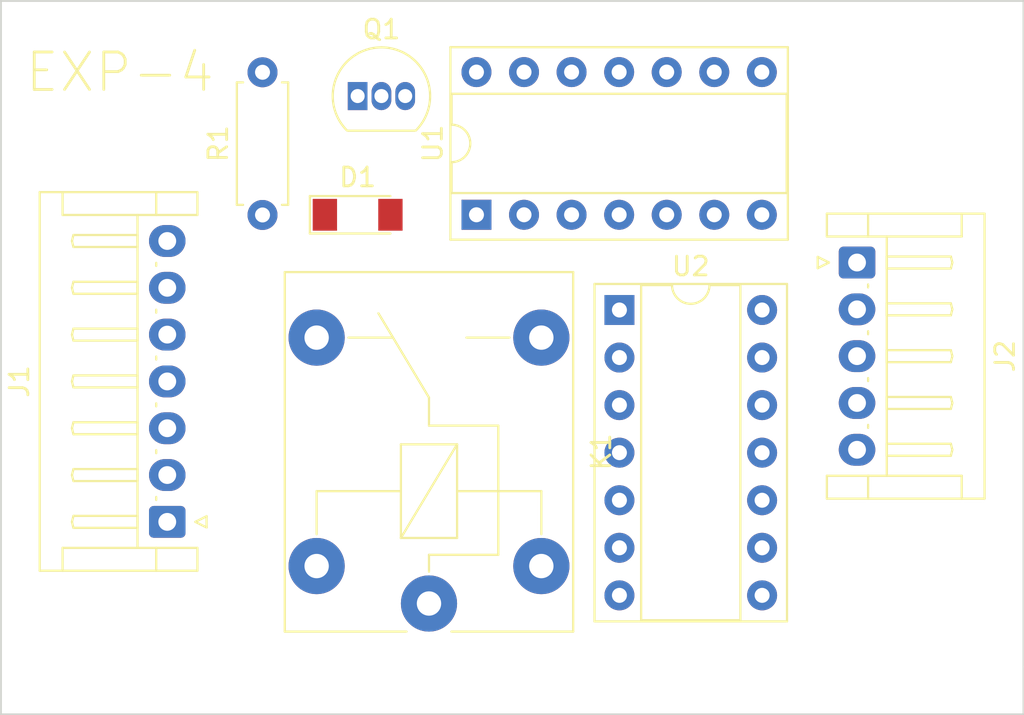
<source format=kicad_pcb>
(kicad_pcb (version 20211014) (generator pcbnew)
  (layers (0 "F.Cu" signal) (31 "B.Cu" signal) (34 "B.Paste" user) (35 "F.Paste" user) (36 "B.SilkS" user "B.Silkscreen") (37 "F.SilkS" user "F.Silkscreen") (38 "B.Mask" user) (39 "F.Mask" user) (44 "Edge.Cuts" user))
  (net 0 "")
  (net 1 "Gnd")
  (net 2 "Net-(D1-Pad2)")
  (net 3 "VCC")
  (net 4 "SEL")
  (net 5 "B0")
  (net 6 "B1")
  (net 7 "B2")
  (net 8 "B3")
  (net 9 "G0")
  (net 10 "G1")
  (net 11 "G2")
  (net 12 "Net-(Q1-Pad2)")
  (net 13 "Vcc")
  (footprint "Diode_SMD:D_MiniMELF" (layer "F.Cu") (at 133.35 100.32)
    (fp_text reference "D1" (at 0 -2) (layer "F.SilkS"))
    (fp_text value "DIODE")
    (fp_line (start 1.75 -1) (end -2.55 -1) (layer "F.SilkS") (width 0.12))
    (fp_line (start -2.55 1) (end 1.75 1) (layer "F.SilkS") (width 0.12))
    (fp_line (start -2.55 -1) (end -2.55 1) (layer "F.SilkS") (width 0.12))
    (pad "1" smd rect (at -1.75 0) (size 1.3 1.7) (layers "F.Cu" "F.Paste" "F.Mask") (net 1 "Gnd"))
    (pad "2" smd rect (at 1.75 0) (size 1.3 1.7) (layers "F.Cu" "F.Paste" "F.Mask") (net 2 "Net-(D1-Pad2)"))
  )
  (footprint "Package_TO_SOT_THT:TO-92_Inline" (layer "F.Cu") (at 133.35 93.98)
    (fp_text reference "Q1" (at 1.27 -3.56) (layer "F.SilkS"))
    (fp_text value "BC327")
    (fp_line (start -0.53 1.85) (end 3.07 1.85) (layer "F.SilkS") (width 0.12))
    (fp_arc (start 1.27 -2.6) (mid 3.672087 -0.994977) (end 3.108478 1.838478) (layer "F.SilkS") (width 0.12))
    (fp_arc (start -0.568478 1.838478) (mid -1.132087 -0.994977) (end 1.27 -2.6) (layer "F.SilkS") (width 0.12))
    (pad "1" thru_hole rect (at 0 0) (size 1.05 1.5) (drill 0.75) (layers *.Cu *.Mask) (net 2 "Net-(D1-Pad2)"))
    (pad "2" thru_hole oval (at 1.27 0) (size 1.05 1.5) (drill 0.75) (layers *.Cu *.Mask) (net 12 "Net-(Q1-Pad2)"))
    (pad "3" thru_hole oval (at 2.54 0) (size 1.05 1.5) (drill 0.75) (layers *.Cu *.Mask) (net 3 "VCC"))
  )
  (footprint "Package_DIP:DIP-14_W7.62mm_Socket" (layer "F.Cu") (at 139.695 100.32 90)
    (fp_text reference "U1" (at 3.81 -2.33 90) (layer "F.SilkS"))
    (fp_text value "7486")
    (fp_line (start -1.33 -1.39) (end -1.33 16.63) (layer "F.SilkS") (width 0.12))
    (fp_line (start 1.16 16.57) (end 6.46 16.57) (layer "F.SilkS") (width 0.12))
    (fp_line (start -1.33 16.63) (end 8.95 16.63) (layer "F.SilkS") (width 0.12))
    (fp_line (start 1.16 -1.33) (end 1.16 16.57) (layer "F.SilkS") (width 0.12))
    (fp_line (start 2.81 -1.33) (end 1.16 -1.33) (layer "F.SilkS") (width 0.12))
    (fp_line (start 6.46 -1.33) (end 4.81 -1.33) (layer "F.SilkS") (width 0.12))
    (fp_line (start 8.95 -1.39) (end -1.33 -1.39) (layer "F.SilkS") (width 0.12))
    (fp_line (start 6.46 16.57) (end 6.46 -1.33) (layer "F.SilkS") (width 0.12))
    (fp_line (start 8.95 16.63) (end 8.95 -1.39) (layer "F.SilkS") (width 0.12))
    (fp_arc (start 4.81 -1.33) (mid 3.81 -0.33) (end 2.81 -1.33) (layer "F.SilkS") (width 0.12))
    (pad "1" thru_hole rect (at 0 0 90) (size 1.6 1.6) (drill 0.8) (layers *.Cu *.Mask) (net 5 "B0"))
    (pad "2" thru_hole oval (at 0 2.54 90) (size 1.6 1.6) (drill 0.8) (layers *.Cu *.Mask) (net 6 "B1"))
    (pad "3" thru_hole oval (at 0 5.08 90) (size 1.6 1.6) (drill 0.8) (layers *.Cu *.Mask) (net 9 "G0"))
    (pad "4" thru_hole oval (at 0 7.62 90) (size 1.6 1.6) (drill 0.8) (layers *.Cu *.Mask) (net 6 "B1"))
    (pad "5" thru_hole oval (at 0 10.16 90) (size 1.6 1.6) (drill 0.8) (layers *.Cu *.Mask) (net 7 "B2"))
    (pad "6" thru_hole oval (at 0 12.7 90) (size 1.6 1.6) (drill 0.8) (layers *.Cu *.Mask) (net 10 "G1"))
    (pad "7" thru_hole oval (at 0 15.24 90) (size 1.6 1.6) (drill 0.8) (layers *.Cu *.Mask) (net 1 "Gnd"))
    (pad "8" thru_hole oval (at 7.62 15.24 90) (size 1.6 1.6) (drill 0.8) (layers *.Cu *.Mask) (net 11 "G2"))
    (pad "9" thru_hole oval (at 7.62 12.7 90) (size 1.6 1.6) (drill 0.8) (layers *.Cu *.Mask) (net 7 "B2"))
    (pad "10" thru_hole oval (at 7.62 10.16 90) (size 1.6 1.6) (drill 0.8) (layers *.Cu *.Mask) (net 8 "B3"))
    (pad "11" thru_hole oval (at 7.62 7.62 90) (size 1.6 1.6) (drill 0.8) (layers *.Cu *.Mask))
    (pad "12" thru_hole oval (at 7.62 5.08 90) (size 1.6 1.6) (drill 0.8) (layers *.Cu *.Mask))
    (pad "13" thru_hole oval (at 7.62 2.54 90) (size 1.6 1.6) (drill 0.8) (layers *.Cu *.Mask))
    (pad "14" thru_hole oval (at 7.62 0 90) (size 1.6 1.6) (drill 0.8) (layers *.Cu *.Mask) (net 13 "Vcc"))
  )
  (footprint "Resistor_THT:R_Axial_DIN0207_L6.3mm_D2.5mm_P7.62mm_Horizontal" (layer "F.Cu") (at 128.27 100.33 90)
    (fp_text reference "R1" (at 3.81 -2.37 90) (layer "F.SilkS"))
    (fp_text value "1K")
    (fp_line (start 0.54 -1.04) (end 0.54 -1.37) (layer "F.SilkS") (width 0.12))
    (fp_line (start 0.54 1.04) (end 0.54 1.37) (layer "F.SilkS") (width 0.12))
    (fp_line (start 0.54 1.37) (end 7.08 1.37) (layer "F.SilkS") (width 0.12))
    (fp_line (start 7.08 -1.37) (end 7.08 -1.04) (layer "F.SilkS") (width 0.12))
    (fp_line (start 7.08 1.37) (end 7.08 1.04) (layer "F.SilkS") (width 0.12))
    (fp_line (start 0.54 -1.37) (end 7.08 -1.37) (layer "F.SilkS") (width 0.12))
    (pad "1" thru_hole circle (at 0 0 90) (size 1.6 1.6) (drill 0.8) (layers *.Cu *.Mask) (net 4 "SEL"))
    (pad "2" thru_hole oval (at 7.62 0 90) (size 1.6 1.6) (drill 0.8) (layers *.Cu *.Mask) (net 12 "Net-(Q1-Pad2)"))
  )
  (footprint "Connector_JST:JST_EH_S7B-EH_1x07_P2.50mm_Horizontal" (layer "F.Cu") (at 123.1825 116.72 90)
    (fp_text reference "J1" (at 7.5 -7.9 90) (layer "F.SilkS"))
    (fp_text value "Conn_01x07_Female")
    (fp_line (start -1.39 -1.59) (end 16.39 -1.59) (layer "F.SilkS") (width 0.12))
    (fp_line (start 0.32 -1.59) (end 0 -1.59) (layer "F.SilkS") (width 0.12))
    (fp_line (start -2.61 -5.59) (end -1.39 -5.59) (layer "F.SilkS") (width 0.12))
    (fp_line (start 15.32 -5.01) (end 15.32 -1.59) (layer "F.SilkS") (width 0.12))
    (fp_line (start 7.5 -1.59) (end 7.18 -1.59) (layer "F.SilkS") (width 0.12))
    (fp_line (start -0.32 -1.59) (end -0.32 -5.01) (layer "F.SilkS") (width 0.12))
    (fp_line (start 2.5 -1.59) (end 2.18 -1.59) (layer "F.SilkS") (width 0.12))
    (fp_line (start 13.67 -0.59) (end 13.83 -0.59) (layer "F.SilkS") (width 0.12))
    (fp_line (start 15 -5.09) (end 15.32 -5.01) (layer "F.SilkS") (width 0.12))
    (fp_line (start 11.17 -0.59) (end 11.33 -0.59) (layer "F.SilkS") (width 0.12))
    (fp_line (start 14.68 -5.01) (end 15 -5.09) (layer "F.SilkS") (width 0.12))
    (fp_line (start 16.39 1.61) (end 16.39 -0.59) (layer "F.SilkS") (width 0.12))
    (fp_line (start 5.32 -5.01) (end 5.32 -1.59) (layer "F.SilkS") (width 0.12))
    (fp_line (start -1.39 -5.59) (end -1.39 -0.59) (layer "F.SilkS") (width 0.12))
    (fp_line (start 0 1.5) (end -0.3 2.1) (layer "F.SilkS") (width 0.12))
    (fp_line (start 2.18 -5.01) (end 2.5 -5.09) (layer "F.SilkS") (width 0.12))
    (fp_line (start -2.61 -6.81) (end 17.61 -6.81) (layer "F.SilkS") (width 0.12))
    (fp_line (start 4.68 -1.59) (end 4.68 -5.01) (layer "F.SilkS") (width 0.12))
    (fp_line (start 12.82 -1.59) (end 12.5 -1.59) (layer "F.SilkS") (width 0.12))
    (fp_line (start 8.67 -0.59) (end 8.83 -0.59) (layer "F.SilkS") (width 0.12))
    (fp_line (start -2.61 1.61) (end -2.61 -6.81) (layer "F.SilkS") (width 0.12))
    (fp_line (start 2.82 -1.59) (end 2.5 -1.59) (layer "F.SilkS") (width 0.12))
    (fp_line (start 5 -5.09) (end 5.32 -5.01) (layer "F.SilkS") (width 0.12))
    (fp_line (start -1.39 -0.59) (end -2.61 -0.59) (layer "F.SilkS") (width 0.12))
    (fp_line (start 17.61 -5.59) (end 16.39 -5.59) (layer "F.SilkS") (width 0.12))
    (fp_line (start 7.82 -5.01) (end 7.82 -1.59) (layer "F.SilkS") (width 0.12))
    (fp_line (start 9.68 -5.01) (end 10 -5.09) (layer "F.SilkS") (width 0.12))
    (fp_line (start 14.68 -1.59) (end 14.68 -5.01) (layer "F.SilkS") (width 0.12))
    (fp_line (start 16.39 -0.59) (end 17.61 -0.59) (layer "F.SilkS") (width 0.12))
    (fp_line (start 4.68 -5.01) (end 5 -5.09) (layer "F.SilkS") (width 0.12))
    (fp_line (start 0 -5.09) (end 0.32 -5.01) (layer "F.SilkS") (width 0.12))
    (fp_line (start 2.5 -5.09) (end 2.82 -5.01) (layer "F.SilkS") (width 0.12))
    (fp_line (start 17.61 1.61) (end 16.39 1.61) (layer "F.SilkS") (width 0.12))
    (fp_line (start 10 -1.59) (end 9.68 -1.59) (layer "F.SilkS") (width 0.12))
    (fp_line (start 7.82 -1.59) (end 7.5 -1.59) (layer "F.SilkS") (width 0.12))
    (fp_line (start 1.17 -0.59) (end 1.33 -0.59) (layer "F.SilkS") (width 0.12))
    (fp_line (start 10.32 -1.59) (end 10 -1.59) (layer "F.SilkS") (width 0.12))
    (fp_line (start 15.32 -1.59) (end 15 -1.59) (layer "F.SilkS") (width 0.12))
    (fp_line (start 0.32 -5.01) (end 0.32 -1.59) (layer "F.SilkS") (width 0.12))
    (fp_line (start 2.82 -5.01) (end 2.82 -1.59) (layer "F.SilkS") (width 0.12))
    (fp_line (start 15 -1.59) (end 14.68 -1.59) (layer "F.SilkS") (width 0.12))
    (fp_line (start 17.61 -6.81) (end 17.61 1.61) (layer "F.SilkS") (width 0.12))
    (fp_line (start 10.32 -5.01) (end 10.32 -1.59) (layer "F.SilkS") (width 0.12))
    (fp_line (start 12.5 -1.59) (end 12.18 -1.59) (layer "F.SilkS") (width 0.12))
    (fp_line (start 7.18 -1.59) (end 7.18 -5.01) (layer "F.SilkS") (width 0.12))
    (fp_line (start -0.3 2.1) (end 0.3 2.1) (layer "F.SilkS") (width 0.12))
    (fp_line (start 7.5 -5.09) (end 7.82 -5.01) (layer "F.SilkS") (width 0.12))
    (fp_line (start 7.18 -5.01) (end 7.5 -5.09) (layer "F.SilkS") (width 0.12))
    (fp_line (start 2.18 -1.59) (end 2.18 -5.01) (layer "F.SilkS") (width 0.12))
    (fp_line (start 12.18 -5.01) (end 12.5 -5.09) (layer "F.SilkS") (width 0.12))
    (fp_line (start 5 -1.59) (end 4.68 -1.59) (layer "F.SilkS") (width 0.12))
    (fp_line (start 12.18 -1.59) (end 12.18 -5.01) (layer "F.SilkS") (width 0.12))
    (fp_line (start 9.68 -1.59) (end 9.68 -5.01) (layer "F.SilkS") (width 0.12))
    (fp_line (start 6.17 -0.59) (end 6.33 -0.59) (layer "F.SilkS") (width 0.12))
    (fp_line (start -1.39 -0.59) (end -1.39 1.61) (layer "F.SilkS") (width 0.12))
    (fp_line (start 0 -1.59) (end -0.32 -1.59) (layer "F.SilkS") (width 0.12))
    (fp_line (start 3.67 -0.59) (end 3.83 -0.59) (layer "F.SilkS") (width 0.12))
    (fp_line (start 12.82 -5.01) (end 12.82 -1.59) (layer "F.SilkS") (width 0.12))
    (fp_line (start 12.5 -5.09) (end 12.82 -5.01) (layer "F.SilkS") (width 0.12))
    (fp_line (start 0.3 2.1) (end 0 1.5) (layer "F.SilkS") (width 0.12))
    (fp_line (start 16.39 -5.59) (end 16.39 -0.59) (layer "F.SilkS") (width 0.12))
    (fp_line (start 10 -5.09) (end 10.32 -5.01) (layer "F.SilkS") (width 0.12))
    (fp_line (start 5.32 -1.59) (end 5 -1.59) (layer "F.SilkS") (width 0.12))
    (fp_line (start -1.39 1.61) (end -2.61 1.61) (layer "F.SilkS") (width 0.12))
    (fp_line (start -0.32 -5.01) (end 0 -5.09) (layer "F.SilkS") (width 0.12))
    (pad "1" thru_hole roundrect (at 0 0 90) (size 1.7 1.95) (drill 0.95) (layers *.Cu *.Mask) (roundrect_rratio 0.147059) (net 3 "VCC"))
    (pad "2" thru_hole oval (at 2.5 0 90) (size 1.7 1.95) (drill 0.95) (layers *.Cu *.Mask) (net 1 "Gnd"))
    (pad "3" thru_hole oval (at 5 0 90) (size 1.7 1.95) (drill 0.95) (layers *.Cu *.Mask) (net 4 "SEL"))
    (pad "4" thru_hole oval (at 7.5 0 90) (size 1.7 1.95) (drill 0.95) (layers *.Cu *.Mask) (net 5 "B0"))
    (pad "5" thru_hole oval (at 10 0 90) (size 1.7 1.95) (drill 0.95) (layers *.Cu *.Mask) (net 6 "B1"))
    (pad "6" thru_hole oval (at 12.5 0 90) (size 1.7 1.95) (drill 0.95) (layers *.Cu *.Mask) (net 7 "B2"))
    (pad "7" thru_hole oval (at 15 0 90) (size 1.7 1.95) (drill 0.95) (layers *.Cu *.Mask) (net 8 "B3"))
  )
  (footprint "Connector_JST:JST_EH_S5B-EH_1x05_P2.50mm_Horizontal" (layer "F.Cu") (at 160.02 102.87 -90)
    (fp_text reference "J2" (at 5 -7.9 90) (layer "F.SilkS"))
    (fp_text value "Conn_01x05_Female")
    (fp_line (start 7.82 -1.59) (end 7.5 -1.59) (layer "F.SilkS") (width 0.12))
    (fp_line (start 2.18 -1.59) (end 2.18 -5.01) (layer "F.SilkS") (width 0.12))
    (fp_line (start 1.17 -0.59) (end 1.33 -0.59) (layer "F.SilkS") (width 0.12))
    (fp_line (start 2.18 -5.01) (end 2.5 -5.09) (layer "F.SilkS") (width 0.12))
    (fp_line (start 7.5 -5.09) (end 7.82 -5.01) (layer "F.SilkS") (width 0.12))
    (fp_line (start 10.32 -1.59) (end 10 -1.59) (layer "F.SilkS") (width 0.12))
    (fp_line (start 0 -1.59) (end -0.32 -1.59) (layer "F.SilkS") (width 0.12))
    (fp_line (start 7.18 -5.01) (end 7.5 -5.09) (layer "F.SilkS") (width 0.12))
    (fp_line (start 7.18 -1.59) (end 7.18 -5.01) (layer "F.SilkS") (width 0.12))
    (fp_line (start 11.39 -5.59) (end 11.39 -0.59) (layer "F.SilkS") (width 0.12))
    (fp_line (start 10.32 -5.01) (end 10.32 -1.59) (layer "F.SilkS") (width 0.12))
    (fp_line (start 5.32 -1.59) (end 5 -1.59) (layer "F.SilkS") (width 0.12))
    (fp_line (start -1.39 -0.59) (end -2.61 -0.59) (layer "F.SilkS") (width 0.12))
    (fp_line (start 10 -1.59) (end 9.68 -1.59) (layer "F.SilkS") (width 0.12))
    (fp_line (start 0.32 -1.59) (end 0 -1.59) (layer "F.SilkS") (width 0.12))
    (fp_line (start 12.61 -6.81) (end 12.61 1.61) (layer "F.SilkS") (width 0.12))
    (fp_line (start 11.39 1.61) (end 11.39 -0.59) (layer "F.SilkS") (width 0.12))
    (fp_line (start 2.5 -1.59) (end 2.18 -1.59) (layer "F.SilkS") (width 0.12))
    (fp_line (start -0.3 2.1) (end 0.3 2.1) (layer "F.SilkS") (width 0.12))
    (fp_line (start 4.68 -5.01) (end 5 -5.09) (layer "F.SilkS") (width 0.12))
    (fp_line (start 0 -5.09) (end 0.32 -5.01) (layer "F.SilkS") (width 0.12))
    (fp_line (start -0.32 -5.01) (end 0 -5.09) (layer "F.SilkS") (width 0.12))
    (fp_line (start 2.5 -5.09) (end 2.82 -5.01) (layer "F.SilkS") (width 0.12))
    (fp_line (start 0.32 -5.01) (end 0.32 -1.59) (layer "F.SilkS") (width 0.12))
    (fp_line (start -1.39 -0.59) (end -1.39 1.61) (layer "F.SilkS") (width 0.12))
    (fp_line (start 11.39 -0.59) (end 12.61 -0.59) (layer "F.SilkS") (width 0.12))
    (fp_line (start 5 -1.59) (end 4.68 -1.59) (layer "F.SilkS") (width 0.12))
    (fp_line (start 2.82 -1.59) (end 2.5 -1.59) (layer "F.SilkS") (width 0.12))
    (fp_line (start 2.82 -5.01) (end 2.82 -1.59) (layer "F.SilkS") (width 0.12))
    (fp_line (start 0.3 2.1) (end 0 1.5) (layer "F.SilkS") (width 0.12))
    (fp_line (start 5.32 -5.01) (end 5.32 -1.59) (layer "F.SilkS") (width 0.12))
    (fp_line (start -1.39 -1.59) (end 11.39 -1.59) (layer "F.SilkS") (width 0.12))
    (fp_line (start 0 1.5) (end -0.3 2.1) (layer "F.SilkS") (width 0.12))
    (fp_line (start 12.61 1.61) (end 11.39 1.61) (layer "F.SilkS") (width 0.12))
    (fp_line (start 3.67 -0.59) (end 3.83 -0.59) (layer "F.SilkS") (width 0.12))
    (fp_line (start -2.61 -5.59) (end -1.39 -5.59) (layer "F.SilkS") (width 0.12))
    (fp_line (start 6.17 -0.59) (end 6.33 -0.59) (layer "F.SilkS") (width 0.12))
    (fp_line (start 9.68 -1.59) (end 9.68 -5.01) (layer "F.SilkS") (width 0.12))
    (fp_line (start -2.61 1.61) (end -2.61 -6.81) (layer "F.SilkS") (width 0.12))
    (fp_line (start 4.68 -1.59) (end 4.68 -5.01) (layer "F.SilkS") (width 0.12))
    (fp_line (start -1.39 1.61) (end -2.61 1.61) (layer "F.SilkS") (width 0.12))
    (fp_line (start 12.61 -5.59) (end 11.39 -5.59) (layer "F.SilkS") (width 0.12))
    (fp_line (start 10 -5.09) (end 10.32 -5.01) (layer "F.SilkS") (width 0.12))
    (fp_line (start -0.32 -1.59) (end -0.32 -5.01) (layer "F.SilkS") (width 0.12))
    (fp_line (start -2.61 -6.81) (end 12.61 -6.81) (layer "F.SilkS") (width 0.12))
    (fp_line (start 8.67 -0.59) (end 8.83 -0.59) (layer "F.SilkS") (width 0.12))
    (fp_line (start 7.5 -1.59) (end 7.18 -1.59) (layer "F.SilkS") (width 0.12))
    (fp_line (start 5 -5.09) (end 5.32 -5.01) (layer "F.SilkS") (width 0.12))
    (fp_line (start 7.82 -5.01) (end 7.82 -1.59) (layer "F.SilkS") (width 0.12))
    (fp_line (start -1.39 -5.59) (end -1.39 -0.59) (layer "F.SilkS") (width 0.12))
    (fp_line (start 9.68 -5.01) (end 10 -5.09) (layer "F.SilkS") (width 0.12))
    (pad "1" thru_hole roundrect (at 0 0 270) (size 1.7 1.95) (drill 0.95) (layers *.Cu *.Mask) (roundrect_rratio 0.147059) (net 9 "G0"))
    (pad "2" thru_hole oval (at 2.5 0 270) (size 1.7 1.95) (drill 0.95) (layers *.Cu *.Mask) (net 10 "G1"))
    (pad "3" thru_hole oval (at 5 0 270) (size 1.7 1.95) (drill 0.95) (layers *.Cu *.Mask) (net 11 "G2"))
    (pad "4" thru_hole oval (at 7.5 0 270) (size 1.7 1.95) (drill 0.95) (layers *.Cu *.Mask) (net 8 "B3"))
    (pad "5" thru_hole oval (at 10 0 270) (size 1.7 1.95) (drill 0.95) (layers *.Cu *.Mask) (net 1 "Gnd"))
  )
  (footprint "Relay_THT:Relay_SPDT_Finder_36.11" (layer "F.Cu") (at 137.16 121.08 90)
    (fp_text reference "K1" (at 8.1 9.2 90) (layer "F.SilkS"))
    (fp_text value "FINDER-36.11")
    (fp_line (start 6 -6) (end 3.7 -6) (layer "F.SilkS") (width 0.12))
    (fp_line (start 8.5 1.5) (end 3.5 1.5) (layer "F.SilkS") (width 0.12))
    (fp_line (start -1.5 -7.7) (end 17.7 -7.7) (layer "F.SilkS") (width 0.12))
    (fp_line (start 17.7 -7.7) (end 17.7 7.7) (layer "F.SilkS") (width 0.12))
    (fp_line (start 3.5 -1.5) (end 8.5 -1.5) (layer "F.SilkS") (width 0.12))
    (fp_line (start 9.5 0) (end 11 0) (layer "F.SilkS") (width 0.12))
    (fp_line (start 8.5 1.5) (end 3.5 -1.5) (layer "F.SilkS") (width 0.12))
    (fp_line (start 6 1.5) (end 6 6) (layer "F.SilkS") (width 0.12))
    (fp_line (start 3.5 1.5) (end 3.5 -1.5) (layer "F.SilkS") (width 0.12))
    (fp_line (start 6 -6) (end 6 -1.5) (layer "F.SilkS") (width 0.12))
    (fp_line (start -1.5 1.2) (end -1.5 7.7) (layer "F.SilkS") (width 0.12))
    (fp_line (start 14.2 4.3) (end 14.2 2) (layer "F.SilkS") (width 0.12))
    (fp_line (start -1.5 -7.7) (end -1.5 -1.2) (layer "F.SilkS") (width 0.12))
    (fp_line (start 3.7 6) (end 6 6) (layer "F.SilkS") (width 0.12))
    (fp_line (start 17.7 7.7) (end -1.5 7.7) (layer "F.SilkS") (width 0.12))
    (fp_line (start 11 0) (end 15.5 -2.7) (layer "F.SilkS") (width 0.12))
    (fp_line (start 8.5 -1.5) (end 8.5 1.5) (layer "F.SilkS") (width 0.12))
    (fp_line (start 9.5 0) (end 9.5 3.7) (layer "F.SilkS") (width 0.12))
    (fp_line (start 14.2 -4.3) (end 14.2 -2) (layer "F.SilkS") (width 0.12))
    (fp_line (start 2.6 0) (end 1.7 0) (layer "F.SilkS") (width 0.12))
    (fp_line (start 9.5 3.7) (end 2.6 3.7) (layer "F.SilkS") (width 0.12))
    (fp_line (start 2.6 0) (end 2.6 3.7) (layer "F.SilkS") (width 0.12))
    (pad "11" thru_hole circle (at 0 0 90) (size 3 3) (drill 1.3) (layers *.Cu *.Mask) (net 3 "VCC"))
    (pad "12" thru_hole circle (at 14.2 -6 90) (size 3 3) (drill 1.3) (layers *.Cu *.Mask) (net 13 "Vcc"))
    (pad "14" thru_hole circle (at 14.2 6 90) (size 3 3) (drill 1.3) (layers *.Cu *.Mask) (net 13 "Vcc"))
    (pad "A1" thru_hole circle (at 2 6 90) (size 3 3) (drill 1.3) (layers *.Cu *.Mask) (net 2 "Net-(D1-Pad2)"))
    (pad "A2" thru_hole circle (at 2 -6 90) (size 3 3) (drill 1.3) (layers *.Cu *.Mask) (net 1 "Gnd"))
  )
  (footprint "Package_DIP:DIP-14_W7.62mm_Socket" (layer "F.Cu") (at 147.33 105.405)
    (fp_text reference "U2" (at 3.81 -2.33) (layer "F.SilkS"))
    (fp_text value "7486")
    (fp_line (start 8.95 16.63) (end 8.95 -1.39) (layer "F.SilkS") (width 0.12))
    (fp_line (start 6.46 -1.33) (end 4.81 -1.33) (layer "F.SilkS") (width 0.12))
    (fp_line (start -1.33 16.63) (end 8.95 16.63) (layer "F.SilkS") (width 0.12))
    (fp_line (start 1.16 16.57) (end 6.46 16.57) (layer "F.SilkS") (width 0.12))
    (fp_line (start 6.46 16.57) (end 6.46 -1.33) (layer "F.SilkS") (width 0.12))
    (fp_line (start -1.33 -1.39) (end -1.33 16.63) (layer "F.SilkS") (width 0.12))
    (fp_line (start 1.16 -1.33) (end 1.16 16.57) (layer "F.SilkS") (width 0.12))
    (fp_line (start 2.81 -1.33) (end 1.16 -1.33) (layer "F.SilkS") (width 0.12))
    (fp_line (start 8.95 -1.39) (end -1.33 -1.39) (layer "F.SilkS") (width 0.12))
    (fp_arc (start 4.81 -1.33) (mid 3.81 -0.33) (end 2.81 -1.33) (layer "F.SilkS") (width 0.12))
    (pad "1" thru_hole rect (at 0 0) (size 1.6 1.6) (drill 0.8) (layers *.Cu *.Mask) (net 8 "B3"))
    (pad "2" thru_hole oval (at 0 2.54) (size 1.6 1.6) (drill 0.8) (layers *.Cu *.Mask) (net 7 "B2"))
    (pad "3" thru_hole oval (at 0 5.08) (size 1.6 1.6) (drill 0.8) (layers *.Cu *.Mask) (net 11 "G2"))
    (pad "4" thru_hole oval (at 0 7.62) (size 1.6 1.6) (drill 0.8) (layers *.Cu *.Mask) (net 11 "G2"))
    (pad "5" thru_hole oval (at 0 10.16) (size 1.6 1.6) (drill 0.8) (layers *.Cu *.Mask) (net 6 "B1"))
    (pad "6" thru_hole oval (at 0 12.7) (size 1.6 1.6) (drill 0.8) (layers *.Cu *.Mask) (net 10 "G1"))
    (pad "7" thru_hole oval (at 0 15.24) (size 1.6 1.6) (drill 0.8) (layers *.Cu *.Mask) (net 1 "Gnd"))
    (pad "8" thru_hole oval (at 7.62 15.24) (size 1.6 1.6) (drill 0.8) (layers *.Cu *.Mask) (net 9 "G0"))
    (pad "9" thru_hole oval (at 7.62 12.7) (size 1.6 1.6) (drill 0.8) (layers *.Cu *.Mask) (net 10 "G1"))
    (pad "10" thru_hole oval (at 7.62 10.16) (size 1.6 1.6) (drill 0.8) (layers *.Cu *.Mask) (net 5 "B0"))
    (pad "11" thru_hole oval (at 7.62 7.62) (size 1.6 1.6) (drill 0.8) (layers *.Cu *.Mask))
    (pad "12" thru_hole oval (at 7.62 5.08) (size 1.6 1.6) (drill 0.8) (layers *.Cu *.Mask))
    (pad "13" thru_hole oval (at 7.62 2.54) (size 1.6 1.6) (drill 0.8) (layers *.Cu *.Mask))
    (pad "14" thru_hole oval (at 7.62 0) (size 1.6 1.6) (drill 0.8) (layers *.Cu *.Mask) (net 13 "Vcc"))
  )
  (gr_line (start 114.3 88.9) (end 168.91 88.9) (layer "Edge.Cuts") (width 0.1))
  (gr_line (start 168.91 88.9) (end 168.91 124.46) (layer "Edge.Cuts") (width 0.1))
  (gr_line (start 168.91 127) (end 114.3 127) (layer "Edge.Cuts") (width 0.1))
  (gr_line (start 168.91 124.46) (end 168.91 127) (layer "Edge.Cuts") (width 0.1))
  (gr_line (start 114.3 127) (end 114.3 88.9) (layer "Edge.Cuts") (width 0.1))
  (gr_text "EXP-4" (at 120.65 92.71) (layer "F.SilkS") (effects (font (size 2 2))))
)
</source>
